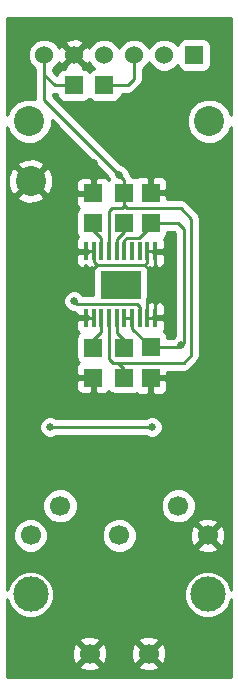
<source format=gbr>
G04 #@! TF.FileFunction,Copper,L2,Bot,Signal*
%FSLAX46Y46*%
G04 Gerber Fmt 4.6, Leading zero omitted, Abs format (unit mm)*
G04 Created by KiCad (PCBNEW no-vcs-found-product) date Fri 17 Jul 2015 01:59:30 PM CDT*
%MOMM*%
G01*
G04 APERTURE LIST*
%ADD10C,0.100000*%
%ADD11R,1.600000X1.500000*%
%ADD12R,1.500000X1.600000*%
%ADD13R,1.524000X1.524000*%
%ADD14C,1.524000*%
%ADD15C,2.540000*%
%ADD16R,0.400000X1.600000*%
%ADD17R,3.380000X2.400000*%
%ADD18C,1.700000*%
%ADD19C,3.000000*%
%ADD20C,0.635000*%
%ADD21C,0.250000*%
%ADD22C,0.254000*%
G04 APERTURE END LIST*
D10*
D11*
X126649000Y-99822000D03*
X124049000Y-99822000D03*
X126649000Y-84201000D03*
X124049000Y-84201000D03*
X126649000Y-97282000D03*
X124049000Y-97282000D03*
X126649000Y-86741000D03*
X124049000Y-86741000D03*
D12*
X128905000Y-86771000D03*
X128905000Y-84171000D03*
D13*
X132588000Y-72517000D03*
D14*
X130048000Y-72517000D03*
X127508000Y-72517000D03*
X124968000Y-72517000D03*
X122428000Y-72517000D03*
X119888000Y-72517000D03*
D11*
X122398000Y-75057000D03*
X124998000Y-75057000D03*
D15*
X133858000Y-78105000D03*
X118618000Y-78105000D03*
X118745000Y-83185000D03*
D16*
X129290000Y-94748000D03*
X128640000Y-94748000D03*
X127990000Y-94748000D03*
X127340000Y-94748000D03*
X126690000Y-94748000D03*
X126040000Y-94748000D03*
X125390000Y-94748000D03*
X124740000Y-94748000D03*
X124090000Y-94748000D03*
X123440000Y-94748000D03*
X123440000Y-89148000D03*
X124090000Y-89148000D03*
X124740000Y-89148000D03*
X125390000Y-89148000D03*
X126040000Y-89148000D03*
X126690000Y-89148000D03*
X127340000Y-89148000D03*
X127990000Y-89148000D03*
X128640000Y-89148000D03*
X129290000Y-89148000D03*
D17*
X126365000Y-91948000D03*
D12*
X128905000Y-97252000D03*
X128905000Y-99852000D03*
D18*
X133738000Y-113190000D03*
X126238000Y-113190000D03*
X118738000Y-113190000D03*
X131238000Y-110690000D03*
X121238000Y-110690000D03*
X128738000Y-123190000D03*
X123738000Y-123190000D03*
D19*
X133738000Y-118190000D03*
X118738000Y-118190000D03*
D20*
X126238000Y-82677000D03*
X129032000Y-105537000D03*
X130937000Y-100330000D03*
X129159000Y-81661000D03*
X124079000Y-81661000D03*
X123825000Y-91440000D03*
X133477000Y-105664000D03*
X131508500Y-97091500D03*
X122428000Y-93345000D03*
X129032000Y-104013000D03*
X120396000Y-104013000D03*
D21*
X129921000Y-85471000D02*
X131445000Y-85471000D01*
X129921000Y-85471000D02*
X126873000Y-85471000D01*
X126649000Y-85247000D02*
X126873000Y-85471000D01*
X131699000Y-98552000D02*
X130302000Y-98552000D01*
X132334000Y-97917000D02*
X131699000Y-98552000D01*
X132334000Y-86360000D02*
X132334000Y-97917000D01*
X131445000Y-85471000D02*
X132334000Y-86360000D01*
X126111000Y-98552000D02*
X130302000Y-98552000D01*
X119888000Y-72517000D02*
X119888000Y-74168000D01*
X120777000Y-75057000D02*
X122398000Y-75057000D01*
X119888000Y-74168000D02*
X120777000Y-75057000D01*
X126649000Y-85247000D02*
X126649000Y-85314000D01*
X125390000Y-85684000D02*
X125390000Y-89148000D01*
X125603000Y-85471000D02*
X125390000Y-85684000D01*
X126492000Y-85471000D02*
X125603000Y-85471000D01*
X126649000Y-85314000D02*
X126492000Y-85471000D01*
X126649000Y-85247000D02*
X126649000Y-84201000D01*
X125390000Y-94748000D02*
X125390000Y-98212000D01*
X125390000Y-98212000D02*
X125730000Y-98552000D01*
X126649000Y-99822000D02*
X126649000Y-99090000D01*
X126649000Y-99090000D02*
X126111000Y-98552000D01*
X126111000Y-98552000D02*
X125730000Y-98552000D01*
X119888000Y-72517000D02*
X119888000Y-76327000D01*
X119888000Y-76327000D02*
X126238000Y-82677000D01*
X126238000Y-82677000D02*
X126649000Y-83088000D01*
X126649000Y-83088000D02*
X126649000Y-84201000D01*
X126649000Y-99822000D02*
X126649000Y-99344000D01*
X124090000Y-89148000D02*
X124090000Y-90054000D01*
X124090000Y-90054000D02*
X124333000Y-90297000D01*
X124090000Y-89148000D02*
X123440000Y-89148000D01*
X124090000Y-94748000D02*
X123440000Y-94748000D01*
X129290000Y-89148000D02*
X129290000Y-90547000D01*
X129290000Y-90547000D02*
X129286000Y-90551000D01*
X129290000Y-94748000D02*
X129290000Y-93222000D01*
X129290000Y-93222000D02*
X129286000Y-93218000D01*
X128640000Y-94748000D02*
X128640000Y-93102000D01*
X128640000Y-93102000D02*
X128651000Y-93091000D01*
X128397000Y-90297000D02*
X128778000Y-90678000D01*
X128640000Y-94748000D02*
X129290000Y-94748000D01*
X128640000Y-89148000D02*
X129290000Y-89148000D01*
X128640000Y-89148000D02*
X128640000Y-90054000D01*
X124333000Y-90297000D02*
X123571000Y-91059000D01*
X128397000Y-90297000D02*
X124333000Y-90297000D01*
X128640000Y-90054000D02*
X128397000Y-90297000D01*
X126649000Y-97282000D02*
X126649000Y-96677000D01*
X126649000Y-96677000D02*
X126040000Y-96068000D01*
X126040000Y-96068000D02*
X126040000Y-94748000D01*
X124049000Y-97282000D02*
X124049000Y-96677000D01*
X124049000Y-96677000D02*
X124740000Y-95986000D01*
X124740000Y-95986000D02*
X124740000Y-94748000D01*
X128905000Y-97252000D02*
X131348000Y-97252000D01*
X131348000Y-97252000D02*
X131508500Y-97091500D01*
X131221000Y-86771000D02*
X128905000Y-86771000D01*
X131508500Y-97091500D02*
X131699000Y-96901000D01*
X131699000Y-96901000D02*
X131699000Y-87249000D01*
X131699000Y-87249000D02*
X131221000Y-86771000D01*
X129570000Y-86771000D02*
X128905000Y-86771000D01*
X127340000Y-95687000D02*
X128905000Y-97252000D01*
X127340000Y-94748000D02*
X127340000Y-95687000D01*
X126690000Y-94748000D02*
X127340000Y-94748000D01*
X126690000Y-89148000D02*
X126690000Y-88194000D01*
X126690000Y-88194000D02*
X126873000Y-88011000D01*
X126873000Y-88011000D02*
X127919000Y-88011000D01*
X127919000Y-88011000D02*
X129032000Y-86898000D01*
X127990000Y-93827000D02*
X127990000Y-94748000D01*
X127762000Y-93599000D02*
X127990000Y-93827000D01*
X122682000Y-93599000D02*
X127762000Y-93599000D01*
X122428000Y-93345000D02*
X122682000Y-93599000D01*
X124998000Y-75057000D02*
X127000000Y-75057000D01*
X127508000Y-74549000D02*
X127508000Y-72517000D01*
X127000000Y-75057000D02*
X127508000Y-74549000D01*
X120396000Y-104013000D02*
X121793000Y-104013000D01*
X129032000Y-104013000D02*
X121793000Y-104013000D01*
X126649000Y-86868000D02*
X126649000Y-87473000D01*
X126649000Y-87473000D02*
X126040000Y-88082000D01*
X126649000Y-86868000D02*
X126649000Y-87219000D01*
X126040000Y-88082000D02*
X126040000Y-89148000D01*
X124049000Y-86868000D02*
X124049000Y-87346000D01*
X124049000Y-87346000D02*
X124740000Y-88037000D01*
X124740000Y-88037000D02*
X124740000Y-89148000D01*
D22*
G36*
X135713000Y-77605927D02*
X135473922Y-77027314D01*
X134938505Y-76490961D01*
X134238590Y-76200332D01*
X133480735Y-76199670D01*
X132780314Y-76489078D01*
X132243961Y-77024495D01*
X131953332Y-77724410D01*
X131952670Y-78482265D01*
X132242078Y-79182686D01*
X132777495Y-79719039D01*
X133477410Y-80009668D01*
X134235265Y-80010330D01*
X134935686Y-79720922D01*
X135472039Y-79185505D01*
X135713000Y-78605204D01*
X135713000Y-117771859D01*
X135421782Y-117067057D01*
X134863880Y-116508181D01*
X134134573Y-116205346D01*
X133344891Y-116204657D01*
X132615057Y-116506218D01*
X132056181Y-117064120D01*
X131753346Y-117793427D01*
X131752657Y-118583109D01*
X132054218Y-119312943D01*
X132612120Y-119871819D01*
X133341427Y-120174654D01*
X134131109Y-120175343D01*
X134860943Y-119873782D01*
X135419819Y-119315880D01*
X135713000Y-118609822D01*
X135713000Y-125172000D01*
X116763000Y-125172000D01*
X116763000Y-124233958D01*
X122873647Y-124233958D01*
X122953920Y-124485259D01*
X123509279Y-124686718D01*
X124099458Y-124660315D01*
X124522080Y-124485259D01*
X124602353Y-124233958D01*
X127873647Y-124233958D01*
X127953920Y-124485259D01*
X128509279Y-124686718D01*
X129099458Y-124660315D01*
X129522080Y-124485259D01*
X129602353Y-124233958D01*
X128738000Y-123369605D01*
X127873647Y-124233958D01*
X124602353Y-124233958D01*
X123738000Y-123369605D01*
X122873647Y-124233958D01*
X116763000Y-124233958D01*
X116763000Y-122961279D01*
X122241282Y-122961279D01*
X122267685Y-123551458D01*
X122442741Y-123974080D01*
X122694042Y-124054353D01*
X123558395Y-123190000D01*
X123917605Y-123190000D01*
X124781958Y-124054353D01*
X125033259Y-123974080D01*
X125234718Y-123418721D01*
X125214254Y-122961279D01*
X127241282Y-122961279D01*
X127267685Y-123551458D01*
X127442741Y-123974080D01*
X127694042Y-124054353D01*
X128558395Y-123190000D01*
X128917605Y-123190000D01*
X129781958Y-124054353D01*
X130033259Y-123974080D01*
X130234718Y-123418721D01*
X130208315Y-122828542D01*
X130033259Y-122405920D01*
X129781958Y-122325647D01*
X128917605Y-123190000D01*
X128558395Y-123190000D01*
X127694042Y-122325647D01*
X127442741Y-122405920D01*
X127241282Y-122961279D01*
X125214254Y-122961279D01*
X125208315Y-122828542D01*
X125033259Y-122405920D01*
X124781958Y-122325647D01*
X123917605Y-123190000D01*
X123558395Y-123190000D01*
X122694042Y-122325647D01*
X122442741Y-122405920D01*
X122241282Y-122961279D01*
X116763000Y-122961279D01*
X116763000Y-122146042D01*
X122873647Y-122146042D01*
X123738000Y-123010395D01*
X124602353Y-122146042D01*
X127873647Y-122146042D01*
X128738000Y-123010395D01*
X129602353Y-122146042D01*
X129522080Y-121894741D01*
X128966721Y-121693282D01*
X128376542Y-121719685D01*
X127953920Y-121894741D01*
X127873647Y-122146042D01*
X124602353Y-122146042D01*
X124522080Y-121894741D01*
X123966721Y-121693282D01*
X123376542Y-121719685D01*
X122953920Y-121894741D01*
X122873647Y-122146042D01*
X116763000Y-122146042D01*
X116763000Y-118608141D01*
X117054218Y-119312943D01*
X117612120Y-119871819D01*
X118341427Y-120174654D01*
X119131109Y-120175343D01*
X119860943Y-119873782D01*
X120419819Y-119315880D01*
X120722654Y-118586573D01*
X120723343Y-117796891D01*
X120421782Y-117067057D01*
X119863880Y-116508181D01*
X119134573Y-116205346D01*
X118344891Y-116204657D01*
X117615057Y-116506218D01*
X117056181Y-117064120D01*
X116763000Y-117770178D01*
X116763000Y-113484089D01*
X117252743Y-113484089D01*
X117478344Y-114030086D01*
X117895717Y-114448188D01*
X118441319Y-114674742D01*
X119032089Y-114675257D01*
X119578086Y-114449656D01*
X119996188Y-114032283D01*
X120222742Y-113486681D01*
X120222744Y-113484089D01*
X124752743Y-113484089D01*
X124978344Y-114030086D01*
X125395717Y-114448188D01*
X125941319Y-114674742D01*
X126532089Y-114675257D01*
X127078086Y-114449656D01*
X127294160Y-114233958D01*
X132873647Y-114233958D01*
X132953920Y-114485259D01*
X133509279Y-114686718D01*
X134099458Y-114660315D01*
X134522080Y-114485259D01*
X134602353Y-114233958D01*
X133738000Y-113369605D01*
X132873647Y-114233958D01*
X127294160Y-114233958D01*
X127496188Y-114032283D01*
X127722742Y-113486681D01*
X127723200Y-112961279D01*
X132241282Y-112961279D01*
X132267685Y-113551458D01*
X132442741Y-113974080D01*
X132694042Y-114054353D01*
X133558395Y-113190000D01*
X133917605Y-113190000D01*
X134781958Y-114054353D01*
X135033259Y-113974080D01*
X135234718Y-113418721D01*
X135208315Y-112828542D01*
X135033259Y-112405920D01*
X134781958Y-112325647D01*
X133917605Y-113190000D01*
X133558395Y-113190000D01*
X132694042Y-112325647D01*
X132442741Y-112405920D01*
X132241282Y-112961279D01*
X127723200Y-112961279D01*
X127723257Y-112895911D01*
X127497656Y-112349914D01*
X127080283Y-111931812D01*
X126534681Y-111705258D01*
X125943911Y-111704743D01*
X125397914Y-111930344D01*
X124979812Y-112347717D01*
X124753258Y-112893319D01*
X124752743Y-113484089D01*
X120222744Y-113484089D01*
X120223257Y-112895911D01*
X119997656Y-112349914D01*
X119580283Y-111931812D01*
X119034681Y-111705258D01*
X118443911Y-111704743D01*
X117897914Y-111930344D01*
X117479812Y-112347717D01*
X117253258Y-112893319D01*
X117252743Y-113484089D01*
X116763000Y-113484089D01*
X116763000Y-110984089D01*
X119752743Y-110984089D01*
X119978344Y-111530086D01*
X120395717Y-111948188D01*
X120941319Y-112174742D01*
X121532089Y-112175257D01*
X122078086Y-111949656D01*
X122496188Y-111532283D01*
X122722742Y-110986681D01*
X122722744Y-110984089D01*
X129752743Y-110984089D01*
X129978344Y-111530086D01*
X130395717Y-111948188D01*
X130941319Y-112174742D01*
X131532089Y-112175257D01*
X131602794Y-112146042D01*
X132873647Y-112146042D01*
X133738000Y-113010395D01*
X134602353Y-112146042D01*
X134522080Y-111894741D01*
X133966721Y-111693282D01*
X133376542Y-111719685D01*
X132953920Y-111894741D01*
X132873647Y-112146042D01*
X131602794Y-112146042D01*
X132078086Y-111949656D01*
X132496188Y-111532283D01*
X132722742Y-110986681D01*
X132723257Y-110395911D01*
X132497656Y-109849914D01*
X132080283Y-109431812D01*
X131534681Y-109205258D01*
X130943911Y-109204743D01*
X130397914Y-109430344D01*
X129979812Y-109847717D01*
X129753258Y-110393319D01*
X129752743Y-110984089D01*
X122722744Y-110984089D01*
X122723257Y-110395911D01*
X122497656Y-109849914D01*
X122080283Y-109431812D01*
X121534681Y-109205258D01*
X120943911Y-109204743D01*
X120397914Y-109430344D01*
X119979812Y-109847717D01*
X119753258Y-110393319D01*
X119752743Y-110984089D01*
X116763000Y-110984089D01*
X116763000Y-104198167D01*
X119460838Y-104198167D01*
X119602883Y-104541943D01*
X119865673Y-104805192D01*
X120209201Y-104947838D01*
X120581167Y-104948162D01*
X120924943Y-104806117D01*
X120958118Y-104773000D01*
X128469537Y-104773000D01*
X128501673Y-104805192D01*
X128845201Y-104947838D01*
X129217167Y-104948162D01*
X129560943Y-104806117D01*
X129824192Y-104543327D01*
X129966838Y-104199799D01*
X129967162Y-103827833D01*
X129825117Y-103484057D01*
X129562327Y-103220808D01*
X129218799Y-103078162D01*
X128846833Y-103077838D01*
X128503057Y-103219883D01*
X128469882Y-103253000D01*
X120958463Y-103253000D01*
X120926327Y-103220808D01*
X120582799Y-103078162D01*
X120210833Y-103077838D01*
X119867057Y-103219883D01*
X119603808Y-103482673D01*
X119461162Y-103826201D01*
X119460838Y-104198167D01*
X116763000Y-104198167D01*
X116763000Y-100107750D01*
X122614000Y-100107750D01*
X122614000Y-100698309D01*
X122710673Y-100931698D01*
X122889301Y-101110327D01*
X123122690Y-101207000D01*
X123763250Y-101207000D01*
X123922000Y-101048250D01*
X123922000Y-99949000D01*
X122772750Y-99949000D01*
X122614000Y-100107750D01*
X116763000Y-100107750D01*
X116763000Y-84532777D01*
X117576828Y-84532777D01*
X117708520Y-84827657D01*
X118416036Y-85099261D01*
X119173632Y-85079436D01*
X119781480Y-84827657D01*
X119913172Y-84532777D01*
X118745000Y-83364605D01*
X117576828Y-84532777D01*
X116763000Y-84532777D01*
X116763000Y-82856036D01*
X116830739Y-82856036D01*
X116850564Y-83613632D01*
X117102343Y-84221480D01*
X117397223Y-84353172D01*
X118565395Y-83185000D01*
X118924605Y-83185000D01*
X120092777Y-84353172D01*
X120387657Y-84221480D01*
X120659261Y-83513964D01*
X120654309Y-83324691D01*
X122614000Y-83324691D01*
X122614000Y-83915250D01*
X122772750Y-84074000D01*
X123922000Y-84074000D01*
X123922000Y-82974750D01*
X123763250Y-82816000D01*
X123122690Y-82816000D01*
X122889301Y-82912673D01*
X122710673Y-83091302D01*
X122614000Y-83324691D01*
X120654309Y-83324691D01*
X120639436Y-82756368D01*
X120387657Y-82148520D01*
X120092777Y-82016828D01*
X118924605Y-83185000D01*
X118565395Y-83185000D01*
X117397223Y-82016828D01*
X117102343Y-82148520D01*
X116830739Y-82856036D01*
X116763000Y-82856036D01*
X116763000Y-81837223D01*
X117576828Y-81837223D01*
X118745000Y-83005395D01*
X119913172Y-81837223D01*
X119781480Y-81542343D01*
X119073964Y-81270739D01*
X118316368Y-81290564D01*
X117708520Y-81542343D01*
X117576828Y-81837223D01*
X116763000Y-81837223D01*
X116763000Y-78604073D01*
X117002078Y-79182686D01*
X117537495Y-79719039D01*
X118237410Y-80009668D01*
X118995265Y-80010330D01*
X119695686Y-79720922D01*
X120232039Y-79185505D01*
X120522668Y-78485590D01*
X120523060Y-78036862D01*
X125302878Y-82816680D01*
X125302838Y-82862167D01*
X125370652Y-83026290D01*
X125351031Y-83055006D01*
X125208699Y-82912673D01*
X124975310Y-82816000D01*
X124334750Y-82816000D01*
X124176000Y-82974750D01*
X124176000Y-84074000D01*
X124196000Y-84074000D01*
X124196000Y-84328000D01*
X124176000Y-84328000D01*
X124176000Y-84348000D01*
X123922000Y-84348000D01*
X123922000Y-84328000D01*
X122772750Y-84328000D01*
X122614000Y-84486750D01*
X122614000Y-85077309D01*
X122710673Y-85310698D01*
X122876249Y-85476275D01*
X122797559Y-85526910D01*
X122652569Y-85739110D01*
X122601560Y-85991000D01*
X122601560Y-87491000D01*
X122645838Y-87726317D01*
X122770276Y-87919699D01*
X122701673Y-87988301D01*
X122605000Y-88221690D01*
X122605000Y-88862250D01*
X122763750Y-89021000D01*
X123340000Y-89021000D01*
X123340000Y-89001000D01*
X123393750Y-89001000D01*
X123413750Y-89021000D01*
X123587000Y-89021000D01*
X123587000Y-89275000D01*
X123413750Y-89275000D01*
X123340000Y-89348750D01*
X123340000Y-89275000D01*
X122763750Y-89275000D01*
X122605000Y-89433750D01*
X122605000Y-90074310D01*
X122701673Y-90307699D01*
X122880302Y-90486327D01*
X123113691Y-90583000D01*
X123181250Y-90583000D01*
X123340000Y-90424250D01*
X123340000Y-90279518D01*
X123351673Y-90307699D01*
X123530302Y-90486327D01*
X123652830Y-90537080D01*
X123698750Y-90583000D01*
X123831250Y-90583000D01*
X123877170Y-90537080D01*
X123962998Y-90501529D01*
X123962998Y-90583000D01*
X124060973Y-90583000D01*
X124027560Y-90748000D01*
X124027560Y-92839000D01*
X123230597Y-92839000D01*
X123221117Y-92816057D01*
X122958327Y-92552808D01*
X122614799Y-92410162D01*
X122242833Y-92409838D01*
X121899057Y-92551883D01*
X121635808Y-92814673D01*
X121493162Y-93158201D01*
X121492838Y-93530167D01*
X121634883Y-93873943D01*
X121897673Y-94137192D01*
X122241201Y-94279838D01*
X122359421Y-94279941D01*
X122391160Y-94301148D01*
X122605000Y-94343684D01*
X122605000Y-94462250D01*
X122763750Y-94621000D01*
X123340000Y-94621000D01*
X123340000Y-94601000D01*
X123393750Y-94601000D01*
X123413750Y-94621000D01*
X123587000Y-94621000D01*
X123587000Y-94875000D01*
X123413750Y-94875000D01*
X123393750Y-94895000D01*
X123340000Y-94895000D01*
X123340000Y-94875000D01*
X122763750Y-94875000D01*
X122605000Y-95033750D01*
X122605000Y-95674310D01*
X122701673Y-95907699D01*
X122836699Y-96042724D01*
X122797559Y-96067910D01*
X122652569Y-96280110D01*
X122601560Y-96532000D01*
X122601560Y-98032000D01*
X122645838Y-98267317D01*
X122784910Y-98483441D01*
X122876769Y-98546205D01*
X122710673Y-98712302D01*
X122614000Y-98945691D01*
X122614000Y-99536250D01*
X122772750Y-99695000D01*
X123922000Y-99695000D01*
X123922000Y-99675000D01*
X124176000Y-99675000D01*
X124176000Y-99695000D01*
X124196000Y-99695000D01*
X124196000Y-99949000D01*
X124176000Y-99949000D01*
X124176000Y-101048250D01*
X124334750Y-101207000D01*
X124975310Y-101207000D01*
X125208699Y-101110327D01*
X125349936Y-100969089D01*
X125384910Y-101023441D01*
X125597110Y-101168431D01*
X125849000Y-101219440D01*
X127449000Y-101219440D01*
X127684317Y-101175162D01*
X127742620Y-101137645D01*
X127795302Y-101190327D01*
X128028691Y-101287000D01*
X128619250Y-101287000D01*
X128778000Y-101128250D01*
X128778000Y-99979000D01*
X129032000Y-99979000D01*
X129032000Y-101128250D01*
X129190750Y-101287000D01*
X129781309Y-101287000D01*
X130014698Y-101190327D01*
X130193327Y-101011699D01*
X130290000Y-100778310D01*
X130290000Y-100137750D01*
X130131250Y-99979000D01*
X129032000Y-99979000D01*
X128778000Y-99979000D01*
X128758000Y-99979000D01*
X128758000Y-99725000D01*
X128778000Y-99725000D01*
X128778000Y-99705000D01*
X129032000Y-99705000D01*
X129032000Y-99725000D01*
X130131250Y-99725000D01*
X130290000Y-99566250D01*
X130290000Y-99312000D01*
X131699000Y-99312000D01*
X131989839Y-99254148D01*
X132236401Y-99089401D01*
X132871401Y-98454401D01*
X133036148Y-98207839D01*
X133094000Y-97917000D01*
X133094000Y-86360000D01*
X133036148Y-86069161D01*
X132871401Y-85822599D01*
X131982401Y-84933599D01*
X131735839Y-84768852D01*
X131445000Y-84711000D01*
X130290000Y-84711000D01*
X130290000Y-84456750D01*
X130131250Y-84298000D01*
X129032000Y-84298000D01*
X129032000Y-84318000D01*
X128778000Y-84318000D01*
X128778000Y-84298000D01*
X128758000Y-84298000D01*
X128758000Y-84044000D01*
X128778000Y-84044000D01*
X128778000Y-82894750D01*
X129032000Y-82894750D01*
X129032000Y-84044000D01*
X130131250Y-84044000D01*
X130290000Y-83885250D01*
X130290000Y-83244690D01*
X130193327Y-83011301D01*
X130014698Y-82832673D01*
X129781309Y-82736000D01*
X129190750Y-82736000D01*
X129032000Y-82894750D01*
X128778000Y-82894750D01*
X128619250Y-82736000D01*
X128028691Y-82736000D01*
X127795302Y-82832673D01*
X127743970Y-82884004D01*
X127700890Y-82854569D01*
X127449000Y-82803560D01*
X127352421Y-82803560D01*
X127351148Y-82797161D01*
X127186401Y-82550599D01*
X127173122Y-82537320D01*
X127173162Y-82491833D01*
X127031117Y-82148057D01*
X126768327Y-81884808D01*
X126424799Y-81742162D01*
X126377923Y-81742121D01*
X120648000Y-76012198D01*
X120648000Y-75791340D01*
X120777000Y-75817000D01*
X120952442Y-75817000D01*
X120994838Y-76042317D01*
X121133910Y-76258441D01*
X121346110Y-76403431D01*
X121598000Y-76454440D01*
X123198000Y-76454440D01*
X123433317Y-76410162D01*
X123649441Y-76271090D01*
X123697134Y-76201289D01*
X123733910Y-76258441D01*
X123946110Y-76403431D01*
X124198000Y-76454440D01*
X125798000Y-76454440D01*
X126033317Y-76410162D01*
X126249441Y-76271090D01*
X126394431Y-76058890D01*
X126443415Y-75817000D01*
X127000000Y-75817000D01*
X127290839Y-75759148D01*
X127537401Y-75594401D01*
X128045401Y-75086401D01*
X128210147Y-74839840D01*
X128210148Y-74839839D01*
X128268000Y-74549000D01*
X128268000Y-73714531D01*
X128298303Y-73702010D01*
X128691629Y-73309370D01*
X128777949Y-73101488D01*
X128862990Y-73307303D01*
X129255630Y-73700629D01*
X129768900Y-73913757D01*
X130324661Y-73914242D01*
X130838303Y-73702010D01*
X131191763Y-73349167D01*
X131222838Y-73514317D01*
X131361910Y-73730441D01*
X131574110Y-73875431D01*
X131826000Y-73926440D01*
X133350000Y-73926440D01*
X133585317Y-73882162D01*
X133801441Y-73743090D01*
X133946431Y-73530890D01*
X133997440Y-73279000D01*
X133997440Y-71755000D01*
X133953162Y-71519683D01*
X133814090Y-71303559D01*
X133601890Y-71158569D01*
X133350000Y-71107560D01*
X131826000Y-71107560D01*
X131590683Y-71151838D01*
X131374559Y-71290910D01*
X131229569Y-71503110D01*
X131192508Y-71686124D01*
X130840370Y-71333371D01*
X130327100Y-71120243D01*
X129771339Y-71119758D01*
X129257697Y-71331990D01*
X128864371Y-71724630D01*
X128778051Y-71932512D01*
X128693010Y-71726697D01*
X128300370Y-71333371D01*
X127787100Y-71120243D01*
X127231339Y-71119758D01*
X126717697Y-71331990D01*
X126324371Y-71724630D01*
X126238051Y-71932512D01*
X126153010Y-71726697D01*
X125760370Y-71333371D01*
X125247100Y-71120243D01*
X124691339Y-71119758D01*
X124177697Y-71331990D01*
X123784371Y-71724630D01*
X123704605Y-71916727D01*
X123650397Y-71785857D01*
X123408213Y-71716392D01*
X122607605Y-72517000D01*
X123408213Y-73317608D01*
X123650397Y-73248143D01*
X123700509Y-73107682D01*
X123782990Y-73307303D01*
X124144653Y-73669598D01*
X123962683Y-73703838D01*
X123746559Y-73842910D01*
X123698866Y-73912711D01*
X123662090Y-73855559D01*
X123449890Y-73710569D01*
X123198000Y-73659560D01*
X123182042Y-73659560D01*
X123228608Y-73497213D01*
X122428000Y-72696605D01*
X121627392Y-73497213D01*
X121673958Y-73659560D01*
X121598000Y-73659560D01*
X121362683Y-73703838D01*
X121146559Y-73842910D01*
X121001569Y-74055110D01*
X120976030Y-74181228D01*
X120648000Y-73853198D01*
X120648000Y-73714531D01*
X120678303Y-73702010D01*
X121071629Y-73309370D01*
X121151395Y-73117273D01*
X121205603Y-73248143D01*
X121447787Y-73317608D01*
X122248395Y-72517000D01*
X121447787Y-71716392D01*
X121205603Y-71785857D01*
X121155491Y-71926318D01*
X121073010Y-71726697D01*
X120883432Y-71536787D01*
X121627392Y-71536787D01*
X122428000Y-72337395D01*
X123228608Y-71536787D01*
X123159143Y-71294603D01*
X122635698Y-71107856D01*
X122080632Y-71135638D01*
X121696857Y-71294603D01*
X121627392Y-71536787D01*
X120883432Y-71536787D01*
X120680370Y-71333371D01*
X120167100Y-71120243D01*
X119611339Y-71119758D01*
X119097697Y-71331990D01*
X118704371Y-71724630D01*
X118491243Y-72237900D01*
X118490758Y-72793661D01*
X118702990Y-73307303D01*
X119095630Y-73700629D01*
X119128000Y-73714070D01*
X119128000Y-76254068D01*
X118998590Y-76200332D01*
X118240735Y-76199670D01*
X117540314Y-76489078D01*
X117003961Y-77024495D01*
X116763000Y-77604796D01*
X116763000Y-69392000D01*
X135713000Y-69392000D01*
X135713000Y-77605927D01*
X135713000Y-77605927D01*
G37*
X135713000Y-77605927D02*
X135473922Y-77027314D01*
X134938505Y-76490961D01*
X134238590Y-76200332D01*
X133480735Y-76199670D01*
X132780314Y-76489078D01*
X132243961Y-77024495D01*
X131953332Y-77724410D01*
X131952670Y-78482265D01*
X132242078Y-79182686D01*
X132777495Y-79719039D01*
X133477410Y-80009668D01*
X134235265Y-80010330D01*
X134935686Y-79720922D01*
X135472039Y-79185505D01*
X135713000Y-78605204D01*
X135713000Y-117771859D01*
X135421782Y-117067057D01*
X134863880Y-116508181D01*
X134134573Y-116205346D01*
X133344891Y-116204657D01*
X132615057Y-116506218D01*
X132056181Y-117064120D01*
X131753346Y-117793427D01*
X131752657Y-118583109D01*
X132054218Y-119312943D01*
X132612120Y-119871819D01*
X133341427Y-120174654D01*
X134131109Y-120175343D01*
X134860943Y-119873782D01*
X135419819Y-119315880D01*
X135713000Y-118609822D01*
X135713000Y-125172000D01*
X116763000Y-125172000D01*
X116763000Y-124233958D01*
X122873647Y-124233958D01*
X122953920Y-124485259D01*
X123509279Y-124686718D01*
X124099458Y-124660315D01*
X124522080Y-124485259D01*
X124602353Y-124233958D01*
X127873647Y-124233958D01*
X127953920Y-124485259D01*
X128509279Y-124686718D01*
X129099458Y-124660315D01*
X129522080Y-124485259D01*
X129602353Y-124233958D01*
X128738000Y-123369605D01*
X127873647Y-124233958D01*
X124602353Y-124233958D01*
X123738000Y-123369605D01*
X122873647Y-124233958D01*
X116763000Y-124233958D01*
X116763000Y-122961279D01*
X122241282Y-122961279D01*
X122267685Y-123551458D01*
X122442741Y-123974080D01*
X122694042Y-124054353D01*
X123558395Y-123190000D01*
X123917605Y-123190000D01*
X124781958Y-124054353D01*
X125033259Y-123974080D01*
X125234718Y-123418721D01*
X125214254Y-122961279D01*
X127241282Y-122961279D01*
X127267685Y-123551458D01*
X127442741Y-123974080D01*
X127694042Y-124054353D01*
X128558395Y-123190000D01*
X128917605Y-123190000D01*
X129781958Y-124054353D01*
X130033259Y-123974080D01*
X130234718Y-123418721D01*
X130208315Y-122828542D01*
X130033259Y-122405920D01*
X129781958Y-122325647D01*
X128917605Y-123190000D01*
X128558395Y-123190000D01*
X127694042Y-122325647D01*
X127442741Y-122405920D01*
X127241282Y-122961279D01*
X125214254Y-122961279D01*
X125208315Y-122828542D01*
X125033259Y-122405920D01*
X124781958Y-122325647D01*
X123917605Y-123190000D01*
X123558395Y-123190000D01*
X122694042Y-122325647D01*
X122442741Y-122405920D01*
X122241282Y-122961279D01*
X116763000Y-122961279D01*
X116763000Y-122146042D01*
X122873647Y-122146042D01*
X123738000Y-123010395D01*
X124602353Y-122146042D01*
X127873647Y-122146042D01*
X128738000Y-123010395D01*
X129602353Y-122146042D01*
X129522080Y-121894741D01*
X128966721Y-121693282D01*
X128376542Y-121719685D01*
X127953920Y-121894741D01*
X127873647Y-122146042D01*
X124602353Y-122146042D01*
X124522080Y-121894741D01*
X123966721Y-121693282D01*
X123376542Y-121719685D01*
X122953920Y-121894741D01*
X122873647Y-122146042D01*
X116763000Y-122146042D01*
X116763000Y-118608141D01*
X117054218Y-119312943D01*
X117612120Y-119871819D01*
X118341427Y-120174654D01*
X119131109Y-120175343D01*
X119860943Y-119873782D01*
X120419819Y-119315880D01*
X120722654Y-118586573D01*
X120723343Y-117796891D01*
X120421782Y-117067057D01*
X119863880Y-116508181D01*
X119134573Y-116205346D01*
X118344891Y-116204657D01*
X117615057Y-116506218D01*
X117056181Y-117064120D01*
X116763000Y-117770178D01*
X116763000Y-113484089D01*
X117252743Y-113484089D01*
X117478344Y-114030086D01*
X117895717Y-114448188D01*
X118441319Y-114674742D01*
X119032089Y-114675257D01*
X119578086Y-114449656D01*
X119996188Y-114032283D01*
X120222742Y-113486681D01*
X120222744Y-113484089D01*
X124752743Y-113484089D01*
X124978344Y-114030086D01*
X125395717Y-114448188D01*
X125941319Y-114674742D01*
X126532089Y-114675257D01*
X127078086Y-114449656D01*
X127294160Y-114233958D01*
X132873647Y-114233958D01*
X132953920Y-114485259D01*
X133509279Y-114686718D01*
X134099458Y-114660315D01*
X134522080Y-114485259D01*
X134602353Y-114233958D01*
X133738000Y-113369605D01*
X132873647Y-114233958D01*
X127294160Y-114233958D01*
X127496188Y-114032283D01*
X127722742Y-113486681D01*
X127723200Y-112961279D01*
X132241282Y-112961279D01*
X132267685Y-113551458D01*
X132442741Y-113974080D01*
X132694042Y-114054353D01*
X133558395Y-113190000D01*
X133917605Y-113190000D01*
X134781958Y-114054353D01*
X135033259Y-113974080D01*
X135234718Y-113418721D01*
X135208315Y-112828542D01*
X135033259Y-112405920D01*
X134781958Y-112325647D01*
X133917605Y-113190000D01*
X133558395Y-113190000D01*
X132694042Y-112325647D01*
X132442741Y-112405920D01*
X132241282Y-112961279D01*
X127723200Y-112961279D01*
X127723257Y-112895911D01*
X127497656Y-112349914D01*
X127080283Y-111931812D01*
X126534681Y-111705258D01*
X125943911Y-111704743D01*
X125397914Y-111930344D01*
X124979812Y-112347717D01*
X124753258Y-112893319D01*
X124752743Y-113484089D01*
X120222744Y-113484089D01*
X120223257Y-112895911D01*
X119997656Y-112349914D01*
X119580283Y-111931812D01*
X119034681Y-111705258D01*
X118443911Y-111704743D01*
X117897914Y-111930344D01*
X117479812Y-112347717D01*
X117253258Y-112893319D01*
X117252743Y-113484089D01*
X116763000Y-113484089D01*
X116763000Y-110984089D01*
X119752743Y-110984089D01*
X119978344Y-111530086D01*
X120395717Y-111948188D01*
X120941319Y-112174742D01*
X121532089Y-112175257D01*
X122078086Y-111949656D01*
X122496188Y-111532283D01*
X122722742Y-110986681D01*
X122722744Y-110984089D01*
X129752743Y-110984089D01*
X129978344Y-111530086D01*
X130395717Y-111948188D01*
X130941319Y-112174742D01*
X131532089Y-112175257D01*
X131602794Y-112146042D01*
X132873647Y-112146042D01*
X133738000Y-113010395D01*
X134602353Y-112146042D01*
X134522080Y-111894741D01*
X133966721Y-111693282D01*
X133376542Y-111719685D01*
X132953920Y-111894741D01*
X132873647Y-112146042D01*
X131602794Y-112146042D01*
X132078086Y-111949656D01*
X132496188Y-111532283D01*
X132722742Y-110986681D01*
X132723257Y-110395911D01*
X132497656Y-109849914D01*
X132080283Y-109431812D01*
X131534681Y-109205258D01*
X130943911Y-109204743D01*
X130397914Y-109430344D01*
X129979812Y-109847717D01*
X129753258Y-110393319D01*
X129752743Y-110984089D01*
X122722744Y-110984089D01*
X122723257Y-110395911D01*
X122497656Y-109849914D01*
X122080283Y-109431812D01*
X121534681Y-109205258D01*
X120943911Y-109204743D01*
X120397914Y-109430344D01*
X119979812Y-109847717D01*
X119753258Y-110393319D01*
X119752743Y-110984089D01*
X116763000Y-110984089D01*
X116763000Y-104198167D01*
X119460838Y-104198167D01*
X119602883Y-104541943D01*
X119865673Y-104805192D01*
X120209201Y-104947838D01*
X120581167Y-104948162D01*
X120924943Y-104806117D01*
X120958118Y-104773000D01*
X128469537Y-104773000D01*
X128501673Y-104805192D01*
X128845201Y-104947838D01*
X129217167Y-104948162D01*
X129560943Y-104806117D01*
X129824192Y-104543327D01*
X129966838Y-104199799D01*
X129967162Y-103827833D01*
X129825117Y-103484057D01*
X129562327Y-103220808D01*
X129218799Y-103078162D01*
X128846833Y-103077838D01*
X128503057Y-103219883D01*
X128469882Y-103253000D01*
X120958463Y-103253000D01*
X120926327Y-103220808D01*
X120582799Y-103078162D01*
X120210833Y-103077838D01*
X119867057Y-103219883D01*
X119603808Y-103482673D01*
X119461162Y-103826201D01*
X119460838Y-104198167D01*
X116763000Y-104198167D01*
X116763000Y-100107750D01*
X122614000Y-100107750D01*
X122614000Y-100698309D01*
X122710673Y-100931698D01*
X122889301Y-101110327D01*
X123122690Y-101207000D01*
X123763250Y-101207000D01*
X123922000Y-101048250D01*
X123922000Y-99949000D01*
X122772750Y-99949000D01*
X122614000Y-100107750D01*
X116763000Y-100107750D01*
X116763000Y-84532777D01*
X117576828Y-84532777D01*
X117708520Y-84827657D01*
X118416036Y-85099261D01*
X119173632Y-85079436D01*
X119781480Y-84827657D01*
X119913172Y-84532777D01*
X118745000Y-83364605D01*
X117576828Y-84532777D01*
X116763000Y-84532777D01*
X116763000Y-82856036D01*
X116830739Y-82856036D01*
X116850564Y-83613632D01*
X117102343Y-84221480D01*
X117397223Y-84353172D01*
X118565395Y-83185000D01*
X118924605Y-83185000D01*
X120092777Y-84353172D01*
X120387657Y-84221480D01*
X120659261Y-83513964D01*
X120654309Y-83324691D01*
X122614000Y-83324691D01*
X122614000Y-83915250D01*
X122772750Y-84074000D01*
X123922000Y-84074000D01*
X123922000Y-82974750D01*
X123763250Y-82816000D01*
X123122690Y-82816000D01*
X122889301Y-82912673D01*
X122710673Y-83091302D01*
X122614000Y-83324691D01*
X120654309Y-83324691D01*
X120639436Y-82756368D01*
X120387657Y-82148520D01*
X120092777Y-82016828D01*
X118924605Y-83185000D01*
X118565395Y-83185000D01*
X117397223Y-82016828D01*
X117102343Y-82148520D01*
X116830739Y-82856036D01*
X116763000Y-82856036D01*
X116763000Y-81837223D01*
X117576828Y-81837223D01*
X118745000Y-83005395D01*
X119913172Y-81837223D01*
X119781480Y-81542343D01*
X119073964Y-81270739D01*
X118316368Y-81290564D01*
X117708520Y-81542343D01*
X117576828Y-81837223D01*
X116763000Y-81837223D01*
X116763000Y-78604073D01*
X117002078Y-79182686D01*
X117537495Y-79719039D01*
X118237410Y-80009668D01*
X118995265Y-80010330D01*
X119695686Y-79720922D01*
X120232039Y-79185505D01*
X120522668Y-78485590D01*
X120523060Y-78036862D01*
X125302878Y-82816680D01*
X125302838Y-82862167D01*
X125370652Y-83026290D01*
X125351031Y-83055006D01*
X125208699Y-82912673D01*
X124975310Y-82816000D01*
X124334750Y-82816000D01*
X124176000Y-82974750D01*
X124176000Y-84074000D01*
X124196000Y-84074000D01*
X124196000Y-84328000D01*
X124176000Y-84328000D01*
X124176000Y-84348000D01*
X123922000Y-84348000D01*
X123922000Y-84328000D01*
X122772750Y-84328000D01*
X122614000Y-84486750D01*
X122614000Y-85077309D01*
X122710673Y-85310698D01*
X122876249Y-85476275D01*
X122797559Y-85526910D01*
X122652569Y-85739110D01*
X122601560Y-85991000D01*
X122601560Y-87491000D01*
X122645838Y-87726317D01*
X122770276Y-87919699D01*
X122701673Y-87988301D01*
X122605000Y-88221690D01*
X122605000Y-88862250D01*
X122763750Y-89021000D01*
X123340000Y-89021000D01*
X123340000Y-89001000D01*
X123393750Y-89001000D01*
X123413750Y-89021000D01*
X123587000Y-89021000D01*
X123587000Y-89275000D01*
X123413750Y-89275000D01*
X123340000Y-89348750D01*
X123340000Y-89275000D01*
X122763750Y-89275000D01*
X122605000Y-89433750D01*
X122605000Y-90074310D01*
X122701673Y-90307699D01*
X122880302Y-90486327D01*
X123113691Y-90583000D01*
X123181250Y-90583000D01*
X123340000Y-90424250D01*
X123340000Y-90279518D01*
X123351673Y-90307699D01*
X123530302Y-90486327D01*
X123652830Y-90537080D01*
X123698750Y-90583000D01*
X123831250Y-90583000D01*
X123877170Y-90537080D01*
X123962998Y-90501529D01*
X123962998Y-90583000D01*
X124060973Y-90583000D01*
X124027560Y-90748000D01*
X124027560Y-92839000D01*
X123230597Y-92839000D01*
X123221117Y-92816057D01*
X122958327Y-92552808D01*
X122614799Y-92410162D01*
X122242833Y-92409838D01*
X121899057Y-92551883D01*
X121635808Y-92814673D01*
X121493162Y-93158201D01*
X121492838Y-93530167D01*
X121634883Y-93873943D01*
X121897673Y-94137192D01*
X122241201Y-94279838D01*
X122359421Y-94279941D01*
X122391160Y-94301148D01*
X122605000Y-94343684D01*
X122605000Y-94462250D01*
X122763750Y-94621000D01*
X123340000Y-94621000D01*
X123340000Y-94601000D01*
X123393750Y-94601000D01*
X123413750Y-94621000D01*
X123587000Y-94621000D01*
X123587000Y-94875000D01*
X123413750Y-94875000D01*
X123393750Y-94895000D01*
X123340000Y-94895000D01*
X123340000Y-94875000D01*
X122763750Y-94875000D01*
X122605000Y-95033750D01*
X122605000Y-95674310D01*
X122701673Y-95907699D01*
X122836699Y-96042724D01*
X122797559Y-96067910D01*
X122652569Y-96280110D01*
X122601560Y-96532000D01*
X122601560Y-98032000D01*
X122645838Y-98267317D01*
X122784910Y-98483441D01*
X122876769Y-98546205D01*
X122710673Y-98712302D01*
X122614000Y-98945691D01*
X122614000Y-99536250D01*
X122772750Y-99695000D01*
X123922000Y-99695000D01*
X123922000Y-99675000D01*
X124176000Y-99675000D01*
X124176000Y-99695000D01*
X124196000Y-99695000D01*
X124196000Y-99949000D01*
X124176000Y-99949000D01*
X124176000Y-101048250D01*
X124334750Y-101207000D01*
X124975310Y-101207000D01*
X125208699Y-101110327D01*
X125349936Y-100969089D01*
X125384910Y-101023441D01*
X125597110Y-101168431D01*
X125849000Y-101219440D01*
X127449000Y-101219440D01*
X127684317Y-101175162D01*
X127742620Y-101137645D01*
X127795302Y-101190327D01*
X128028691Y-101287000D01*
X128619250Y-101287000D01*
X128778000Y-101128250D01*
X128778000Y-99979000D01*
X129032000Y-99979000D01*
X129032000Y-101128250D01*
X129190750Y-101287000D01*
X129781309Y-101287000D01*
X130014698Y-101190327D01*
X130193327Y-101011699D01*
X130290000Y-100778310D01*
X130290000Y-100137750D01*
X130131250Y-99979000D01*
X129032000Y-99979000D01*
X128778000Y-99979000D01*
X128758000Y-99979000D01*
X128758000Y-99725000D01*
X128778000Y-99725000D01*
X128778000Y-99705000D01*
X129032000Y-99705000D01*
X129032000Y-99725000D01*
X130131250Y-99725000D01*
X130290000Y-99566250D01*
X130290000Y-99312000D01*
X131699000Y-99312000D01*
X131989839Y-99254148D01*
X132236401Y-99089401D01*
X132871401Y-98454401D01*
X133036148Y-98207839D01*
X133094000Y-97917000D01*
X133094000Y-86360000D01*
X133036148Y-86069161D01*
X132871401Y-85822599D01*
X131982401Y-84933599D01*
X131735839Y-84768852D01*
X131445000Y-84711000D01*
X130290000Y-84711000D01*
X130290000Y-84456750D01*
X130131250Y-84298000D01*
X129032000Y-84298000D01*
X129032000Y-84318000D01*
X128778000Y-84318000D01*
X128778000Y-84298000D01*
X128758000Y-84298000D01*
X128758000Y-84044000D01*
X128778000Y-84044000D01*
X128778000Y-82894750D01*
X129032000Y-82894750D01*
X129032000Y-84044000D01*
X130131250Y-84044000D01*
X130290000Y-83885250D01*
X130290000Y-83244690D01*
X130193327Y-83011301D01*
X130014698Y-82832673D01*
X129781309Y-82736000D01*
X129190750Y-82736000D01*
X129032000Y-82894750D01*
X128778000Y-82894750D01*
X128619250Y-82736000D01*
X128028691Y-82736000D01*
X127795302Y-82832673D01*
X127743970Y-82884004D01*
X127700890Y-82854569D01*
X127449000Y-82803560D01*
X127352421Y-82803560D01*
X127351148Y-82797161D01*
X127186401Y-82550599D01*
X127173122Y-82537320D01*
X127173162Y-82491833D01*
X127031117Y-82148057D01*
X126768327Y-81884808D01*
X126424799Y-81742162D01*
X126377923Y-81742121D01*
X120648000Y-76012198D01*
X120648000Y-75791340D01*
X120777000Y-75817000D01*
X120952442Y-75817000D01*
X120994838Y-76042317D01*
X121133910Y-76258441D01*
X121346110Y-76403431D01*
X121598000Y-76454440D01*
X123198000Y-76454440D01*
X123433317Y-76410162D01*
X123649441Y-76271090D01*
X123697134Y-76201289D01*
X123733910Y-76258441D01*
X123946110Y-76403431D01*
X124198000Y-76454440D01*
X125798000Y-76454440D01*
X126033317Y-76410162D01*
X126249441Y-76271090D01*
X126394431Y-76058890D01*
X126443415Y-75817000D01*
X127000000Y-75817000D01*
X127290839Y-75759148D01*
X127537401Y-75594401D01*
X128045401Y-75086401D01*
X128210147Y-74839840D01*
X128210148Y-74839839D01*
X128268000Y-74549000D01*
X128268000Y-73714531D01*
X128298303Y-73702010D01*
X128691629Y-73309370D01*
X128777949Y-73101488D01*
X128862990Y-73307303D01*
X129255630Y-73700629D01*
X129768900Y-73913757D01*
X130324661Y-73914242D01*
X130838303Y-73702010D01*
X131191763Y-73349167D01*
X131222838Y-73514317D01*
X131361910Y-73730441D01*
X131574110Y-73875431D01*
X131826000Y-73926440D01*
X133350000Y-73926440D01*
X133585317Y-73882162D01*
X133801441Y-73743090D01*
X133946431Y-73530890D01*
X133997440Y-73279000D01*
X133997440Y-71755000D01*
X133953162Y-71519683D01*
X133814090Y-71303559D01*
X133601890Y-71158569D01*
X133350000Y-71107560D01*
X131826000Y-71107560D01*
X131590683Y-71151838D01*
X131374559Y-71290910D01*
X131229569Y-71503110D01*
X131192508Y-71686124D01*
X130840370Y-71333371D01*
X130327100Y-71120243D01*
X129771339Y-71119758D01*
X129257697Y-71331990D01*
X128864371Y-71724630D01*
X128778051Y-71932512D01*
X128693010Y-71726697D01*
X128300370Y-71333371D01*
X127787100Y-71120243D01*
X127231339Y-71119758D01*
X126717697Y-71331990D01*
X126324371Y-71724630D01*
X126238051Y-71932512D01*
X126153010Y-71726697D01*
X125760370Y-71333371D01*
X125247100Y-71120243D01*
X124691339Y-71119758D01*
X124177697Y-71331990D01*
X123784371Y-71724630D01*
X123704605Y-71916727D01*
X123650397Y-71785857D01*
X123408213Y-71716392D01*
X122607605Y-72517000D01*
X123408213Y-73317608D01*
X123650397Y-73248143D01*
X123700509Y-73107682D01*
X123782990Y-73307303D01*
X124144653Y-73669598D01*
X123962683Y-73703838D01*
X123746559Y-73842910D01*
X123698866Y-73912711D01*
X123662090Y-73855559D01*
X123449890Y-73710569D01*
X123198000Y-73659560D01*
X123182042Y-73659560D01*
X123228608Y-73497213D01*
X122428000Y-72696605D01*
X121627392Y-73497213D01*
X121673958Y-73659560D01*
X121598000Y-73659560D01*
X121362683Y-73703838D01*
X121146559Y-73842910D01*
X121001569Y-74055110D01*
X120976030Y-74181228D01*
X120648000Y-73853198D01*
X120648000Y-73714531D01*
X120678303Y-73702010D01*
X121071629Y-73309370D01*
X121151395Y-73117273D01*
X121205603Y-73248143D01*
X121447787Y-73317608D01*
X122248395Y-72517000D01*
X121447787Y-71716392D01*
X121205603Y-71785857D01*
X121155491Y-71926318D01*
X121073010Y-71726697D01*
X120883432Y-71536787D01*
X121627392Y-71536787D01*
X122428000Y-72337395D01*
X123228608Y-71536787D01*
X123159143Y-71294603D01*
X122635698Y-71107856D01*
X122080632Y-71135638D01*
X121696857Y-71294603D01*
X121627392Y-71536787D01*
X120883432Y-71536787D01*
X120680370Y-71333371D01*
X120167100Y-71120243D01*
X119611339Y-71119758D01*
X119097697Y-71331990D01*
X118704371Y-71724630D01*
X118491243Y-72237900D01*
X118490758Y-72793661D01*
X118702990Y-73307303D01*
X119095630Y-73700629D01*
X119128000Y-73714070D01*
X119128000Y-76254068D01*
X118998590Y-76200332D01*
X118240735Y-76199670D01*
X117540314Y-76489078D01*
X117003961Y-77024495D01*
X116763000Y-77604796D01*
X116763000Y-69392000D01*
X135713000Y-69392000D01*
X135713000Y-77605927D01*
G36*
X130939000Y-87563802D02*
X130939000Y-96338869D01*
X130785602Y-96492000D01*
X130302440Y-96492000D01*
X130302440Y-96452000D01*
X130258162Y-96216683D01*
X130119090Y-96000559D01*
X130010003Y-95926023D01*
X130028327Y-95907699D01*
X130125000Y-95674310D01*
X130125000Y-95033750D01*
X129966250Y-94875000D01*
X129390000Y-94875000D01*
X129390000Y-94895000D01*
X129336250Y-94895000D01*
X129316250Y-94875000D01*
X129143000Y-94875000D01*
X129143000Y-94621000D01*
X129316250Y-94621000D01*
X129390000Y-94547250D01*
X129390000Y-94621000D01*
X129966250Y-94621000D01*
X130125000Y-94462250D01*
X130125000Y-93821690D01*
X130028327Y-93588301D01*
X129849698Y-93409673D01*
X129616309Y-93313000D01*
X129548750Y-93313000D01*
X129390000Y-93471750D01*
X129390000Y-93616482D01*
X129378327Y-93588301D01*
X129199698Y-93409673D01*
X129077170Y-93358920D01*
X129031250Y-93313000D01*
X128898750Y-93313000D01*
X128852830Y-93358920D01*
X128767002Y-93394471D01*
X128767002Y-93313000D01*
X128669027Y-93313000D01*
X128702440Y-93148000D01*
X128702440Y-90748000D01*
X128671393Y-90583000D01*
X128767002Y-90583000D01*
X128767002Y-90501529D01*
X128852830Y-90537080D01*
X128898750Y-90583000D01*
X129031250Y-90583000D01*
X129077170Y-90537080D01*
X129199698Y-90486327D01*
X129378327Y-90307699D01*
X129390000Y-90279518D01*
X129390000Y-90424250D01*
X129548750Y-90583000D01*
X129616309Y-90583000D01*
X129849698Y-90486327D01*
X130028327Y-90307699D01*
X130125000Y-90074310D01*
X130125000Y-89433750D01*
X129966250Y-89275000D01*
X129390000Y-89275000D01*
X129390000Y-89348750D01*
X129316250Y-89275000D01*
X129143000Y-89275000D01*
X129143000Y-89021000D01*
X129316250Y-89021000D01*
X129336250Y-89001000D01*
X129390000Y-89001000D01*
X129390000Y-89021000D01*
X129966250Y-89021000D01*
X130125000Y-88862250D01*
X130125000Y-88221690D01*
X130060068Y-88064930D01*
X130106441Y-88035090D01*
X130251431Y-87822890D01*
X130302440Y-87571000D01*
X130302440Y-87531000D01*
X130906198Y-87531000D01*
X130939000Y-87563802D01*
X130939000Y-87563802D01*
G37*
X130939000Y-87563802D02*
X130939000Y-96338869D01*
X130785602Y-96492000D01*
X130302440Y-96492000D01*
X130302440Y-96452000D01*
X130258162Y-96216683D01*
X130119090Y-96000559D01*
X130010003Y-95926023D01*
X130028327Y-95907699D01*
X130125000Y-95674310D01*
X130125000Y-95033750D01*
X129966250Y-94875000D01*
X129390000Y-94875000D01*
X129390000Y-94895000D01*
X129336250Y-94895000D01*
X129316250Y-94875000D01*
X129143000Y-94875000D01*
X129143000Y-94621000D01*
X129316250Y-94621000D01*
X129390000Y-94547250D01*
X129390000Y-94621000D01*
X129966250Y-94621000D01*
X130125000Y-94462250D01*
X130125000Y-93821690D01*
X130028327Y-93588301D01*
X129849698Y-93409673D01*
X129616309Y-93313000D01*
X129548750Y-93313000D01*
X129390000Y-93471750D01*
X129390000Y-93616482D01*
X129378327Y-93588301D01*
X129199698Y-93409673D01*
X129077170Y-93358920D01*
X129031250Y-93313000D01*
X128898750Y-93313000D01*
X128852830Y-93358920D01*
X128767002Y-93394471D01*
X128767002Y-93313000D01*
X128669027Y-93313000D01*
X128702440Y-93148000D01*
X128702440Y-90748000D01*
X128671393Y-90583000D01*
X128767002Y-90583000D01*
X128767002Y-90501529D01*
X128852830Y-90537080D01*
X128898750Y-90583000D01*
X129031250Y-90583000D01*
X129077170Y-90537080D01*
X129199698Y-90486327D01*
X129378327Y-90307699D01*
X129390000Y-90279518D01*
X129390000Y-90424250D01*
X129548750Y-90583000D01*
X129616309Y-90583000D01*
X129849698Y-90486327D01*
X130028327Y-90307699D01*
X130125000Y-90074310D01*
X130125000Y-89433750D01*
X129966250Y-89275000D01*
X129390000Y-89275000D01*
X129390000Y-89348750D01*
X129316250Y-89275000D01*
X129143000Y-89275000D01*
X129143000Y-89021000D01*
X129316250Y-89021000D01*
X129336250Y-89001000D01*
X129390000Y-89001000D01*
X129390000Y-89021000D01*
X129966250Y-89021000D01*
X130125000Y-88862250D01*
X130125000Y-88221690D01*
X130060068Y-88064930D01*
X130106441Y-88035090D01*
X130251431Y-87822890D01*
X130302440Y-87571000D01*
X130302440Y-87531000D01*
X130906198Y-87531000D01*
X130939000Y-87563802D01*
M02*

</source>
